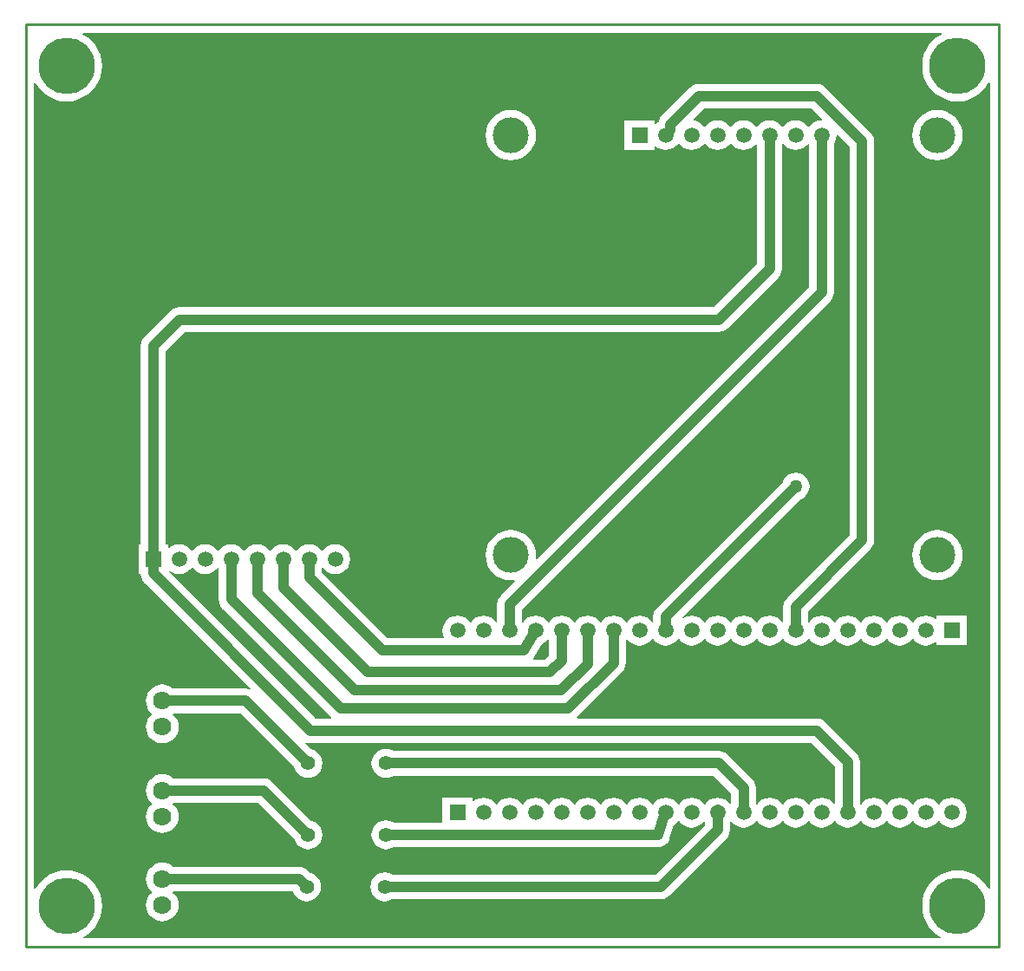
<source format=gtl>
G04*
G04 #@! TF.GenerationSoftware,Altium Limited,Altium Designer,19.0.15 (446)*
G04*
G04 Layer_Physical_Order=1*
G04 Layer_Color=255*
%FSLAX42Y42*%
%MOMM*%
G71*
G01*
G75*
%ADD12C,0.25*%
%ADD20C,1.00*%
%ADD21C,1.50*%
%ADD22R,1.50X1.50*%
%ADD23C,1.78*%
%ADD24C,3.50*%
%ADD25C,5.50*%
%ADD26C,1.40*%
%ADD27C,1.27*%
G36*
X8943Y8908D02*
X8942Y8908D01*
X8896Y8880D01*
X8855Y8845D01*
X8820Y8803D01*
X8791Y8757D01*
X8770Y8707D01*
X8758Y8654D01*
X8754Y8600D01*
X8758Y8546D01*
X8770Y8493D01*
X8791Y8443D01*
X8820Y8397D01*
X8855Y8355D01*
X8896Y8320D01*
X8942Y8292D01*
X8993Y8271D01*
X9045Y8258D01*
X9100Y8254D01*
X9154Y8258D01*
X9207Y8271D01*
X9257Y8292D01*
X9303Y8320D01*
X9344Y8355D01*
X9380Y8397D01*
X9403Y8436D01*
X9416Y8432D01*
Y568D01*
X9403Y564D01*
X9380Y603D01*
X9344Y645D01*
X9303Y680D01*
X9257Y708D01*
X9207Y729D01*
X9154Y742D01*
X9100Y746D01*
X9045Y742D01*
X8993Y729D01*
X8942Y708D01*
X8896Y680D01*
X8855Y645D01*
X8820Y603D01*
X8791Y557D01*
X8770Y507D01*
X8758Y454D01*
X8754Y400D01*
X8758Y346D01*
X8770Y293D01*
X8791Y243D01*
X8820Y197D01*
X8855Y155D01*
X8896Y120D01*
X8935Y96D01*
X8932Y83D01*
X568D01*
X564Y96D01*
X603Y120D01*
X644Y155D01*
X680Y197D01*
X708Y243D01*
X729Y293D01*
X741Y346D01*
X746Y400D01*
X741Y454D01*
X729Y507D01*
X708Y557D01*
X680Y603D01*
X644Y645D01*
X603Y680D01*
X557Y708D01*
X507Y729D01*
X454Y742D01*
X400Y746D01*
X345Y742D01*
X293Y729D01*
X242Y708D01*
X196Y680D01*
X155Y645D01*
X120Y603D01*
X96Y565D01*
X83Y569D01*
Y8431D01*
X96Y8435D01*
X120Y8397D01*
X155Y8355D01*
X196Y8320D01*
X242Y8292D01*
X293Y8271D01*
X345Y8258D01*
X400Y8254D01*
X454Y8258D01*
X507Y8271D01*
X557Y8292D01*
X603Y8320D01*
X644Y8355D01*
X680Y8397D01*
X708Y8443D01*
X729Y8493D01*
X741Y8546D01*
X746Y8600D01*
X741Y8654D01*
X729Y8707D01*
X708Y8757D01*
X680Y8803D01*
X644Y8845D01*
X603Y8880D01*
X557Y8908D01*
X557Y8908D01*
X559Y8921D01*
X8940D01*
X8943Y8908D01*
D02*
G37*
%LPC*%
G36*
X7727Y8427D02*
X6574D01*
X6542Y8423D01*
X6513Y8411D01*
X6488Y8391D01*
X6211Y8115D01*
X6192Y8089D01*
X6180Y8060D01*
X6179Y8053D01*
X6175Y8051D01*
X6152Y8034D01*
X6139Y8040D01*
Y8070D01*
X5849D01*
Y7780D01*
X6139D01*
Y7810D01*
X6152Y7816D01*
X6175Y7798D01*
X6211Y7784D01*
X6248Y7779D01*
X6286Y7784D01*
X6322Y7798D01*
X6352Y7821D01*
X6367Y7842D01*
X6383D01*
X6399Y7821D01*
X6429Y7798D01*
X6465Y7784D01*
X6502Y7779D01*
X6540Y7784D01*
X6576Y7798D01*
X6606Y7821D01*
X6621Y7842D01*
X6637D01*
X6653Y7821D01*
X6683Y7798D01*
X6719Y7784D01*
X6756Y7779D01*
X6794Y7784D01*
X6830Y7798D01*
X6860Y7821D01*
X6875Y7842D01*
X6891D01*
X6907Y7821D01*
X6937Y7798D01*
X6973Y7784D01*
X7010Y7779D01*
X7048Y7784D01*
X7084Y7798D01*
X7114Y7821D01*
X7129Y7842D01*
X7132Y7842D01*
X7143Y7835D01*
Y6669D01*
X6719Y6245D01*
X1501D01*
X1470Y6241D01*
X1441Y6229D01*
X1416Y6210D01*
X1159Y5953D01*
X1140Y5928D01*
X1128Y5899D01*
X1124Y5867D01*
Y3930D01*
X1100D01*
Y3640D01*
X1124D01*
X1128Y3614D01*
X1140Y3584D01*
X1159Y3559D01*
X2194Y2524D01*
X2187Y2513D01*
X2178Y2517D01*
X2146Y2521D01*
X1436D01*
X1422Y2533D01*
X1395Y2548D01*
X1365Y2557D01*
X1334Y2560D01*
X1302Y2557D01*
X1272Y2548D01*
X1245Y2533D01*
X1221Y2513D01*
X1201Y2489D01*
X1186Y2461D01*
X1177Y2431D01*
X1174Y2400D01*
X1177Y2369D01*
X1186Y2339D01*
X1201Y2312D01*
X1221Y2287D01*
X1230Y2280D01*
Y2267D01*
X1221Y2259D01*
X1201Y2235D01*
X1186Y2207D01*
X1177Y2177D01*
X1174Y2146D01*
X1177Y2115D01*
X1186Y2085D01*
X1201Y2058D01*
X1221Y2033D01*
X1245Y2014D01*
X1272Y1999D01*
X1302Y1990D01*
X1334Y1987D01*
X1365Y1990D01*
X1395Y1999D01*
X1422Y2014D01*
X1446Y2033D01*
X1466Y2058D01*
X1481Y2085D01*
X1490Y2115D01*
X1493Y2146D01*
X1490Y2177D01*
X1481Y2207D01*
X1466Y2235D01*
X1446Y2259D01*
X1437Y2267D01*
X1442Y2279D01*
X2096D01*
X2619Y1756D01*
X2620Y1754D01*
X2634Y1720D01*
X2656Y1691D01*
X2685Y1668D01*
X2719Y1654D01*
X2756Y1649D01*
X2792Y1654D01*
X2827Y1668D01*
X2856Y1691D01*
X2878Y1720D01*
X2892Y1754D01*
X2897Y1791D01*
X2892Y1827D01*
X2878Y1861D01*
X2856Y1891D01*
X2827Y1913D01*
X2792Y1927D01*
X2790Y1927D01*
X2733Y1984D01*
X2741Y1995D01*
X2750Y1991D01*
X2781Y1987D01*
X7671D01*
X7905Y1753D01*
Y1398D01*
X7894Y1391D01*
X7891Y1391D01*
X7876Y1412D01*
X7846Y1435D01*
X7810Y1449D01*
X7772Y1454D01*
X7735Y1449D01*
X7699Y1435D01*
X7669Y1412D01*
X7653Y1391D01*
X7637D01*
X7622Y1412D01*
X7592Y1435D01*
X7556Y1449D01*
X7518Y1454D01*
X7481Y1449D01*
X7445Y1435D01*
X7415Y1412D01*
X7399Y1391D01*
X7383D01*
X7368Y1412D01*
X7338Y1435D01*
X7302Y1449D01*
X7264Y1454D01*
X7227Y1449D01*
X7191Y1435D01*
X7161Y1412D01*
X7145Y1391D01*
X7143Y1391D01*
X7131Y1398D01*
Y1549D01*
X7127Y1581D01*
X7115Y1610D01*
X7096Y1635D01*
X6855Y1876D01*
X6830Y1896D01*
X6800Y1908D01*
X6769Y1912D01*
X3590D01*
X3589Y1913D01*
X3554Y1927D01*
X3518Y1932D01*
X3481Y1927D01*
X3447Y1913D01*
X3418Y1891D01*
X3396Y1861D01*
X3382Y1827D01*
X3377Y1791D01*
X3382Y1754D01*
X3396Y1720D01*
X3418Y1691D01*
X3447Y1668D01*
X3481Y1654D01*
X3518Y1649D01*
X3554Y1654D01*
X3589Y1668D01*
X3590Y1670D01*
X6719D01*
X6889Y1499D01*
Y1398D01*
X6878Y1391D01*
X6875Y1391D01*
X6860Y1412D01*
X6830Y1435D01*
X6794Y1449D01*
X6788Y1450D01*
X6788Y1450D01*
X6756Y1455D01*
X6725Y1450D01*
X6724Y1450D01*
X6719Y1449D01*
X6683Y1435D01*
X6653Y1412D01*
X6637Y1391D01*
X6621D01*
X6606Y1412D01*
X6576Y1435D01*
X6540Y1449D01*
X6502Y1454D01*
X6465Y1449D01*
X6429Y1435D01*
X6399Y1412D01*
X6383Y1391D01*
X6367D01*
X6352Y1412D01*
X6322Y1435D01*
X6286Y1449D01*
X6248Y1454D01*
X6211Y1449D01*
X6175Y1435D01*
X6145Y1412D01*
X6129Y1391D01*
X6113D01*
X6098Y1412D01*
X6068Y1435D01*
X6032Y1449D01*
X5994Y1454D01*
X5957Y1449D01*
X5921Y1435D01*
X5891Y1412D01*
X5875Y1391D01*
X5859D01*
X5844Y1412D01*
X5814Y1435D01*
X5778Y1449D01*
X5740Y1454D01*
X5703Y1449D01*
X5667Y1435D01*
X5637Y1412D01*
X5621Y1391D01*
X5605D01*
X5590Y1412D01*
X5560Y1435D01*
X5524Y1449D01*
X5486Y1454D01*
X5449Y1449D01*
X5413Y1435D01*
X5383Y1412D01*
X5367Y1391D01*
X5351D01*
X5336Y1412D01*
X5306Y1435D01*
X5270Y1449D01*
X5232Y1454D01*
X5195Y1449D01*
X5159Y1435D01*
X5129Y1412D01*
X5113Y1391D01*
X5097D01*
X5082Y1412D01*
X5052Y1435D01*
X5016Y1449D01*
X4978Y1454D01*
X4941Y1449D01*
X4905Y1435D01*
X4875Y1412D01*
X4859Y1391D01*
X4843D01*
X4828Y1412D01*
X4798Y1435D01*
X4762Y1449D01*
X4724Y1454D01*
X4687Y1449D01*
X4651Y1435D01*
X4621Y1412D01*
X4605Y1391D01*
X4589D01*
X4574Y1412D01*
X4544Y1435D01*
X4508Y1449D01*
X4470Y1454D01*
X4433Y1449D01*
X4397Y1435D01*
X4374Y1417D01*
X4361Y1423D01*
Y1453D01*
X4071D01*
Y1213D01*
X3590D01*
X3589Y1214D01*
X3554Y1229D01*
X3518Y1233D01*
X3481Y1229D01*
X3447Y1214D01*
X3418Y1192D01*
X3396Y1163D01*
X3382Y1129D01*
X3377Y1092D01*
X3382Y1056D01*
X3396Y1022D01*
X3418Y992D01*
X3447Y970D01*
X3481Y956D01*
X3518Y951D01*
X3554Y956D01*
X3589Y970D01*
X3590Y971D01*
X6172D01*
X6185Y973D01*
X6198Y974D01*
X6201Y975D01*
X6204Y975D01*
X6216Y980D01*
X6228Y985D01*
X6230Y986D01*
X6233Y987D01*
X6243Y995D01*
X6254Y1003D01*
X6256Y1005D01*
X6258Y1007D01*
X6266Y1017D01*
X6274Y1027D01*
X6275Y1030D01*
X6277Y1032D01*
X6282Y1044D01*
X6288Y1056D01*
X6329Y1187D01*
X6352Y1205D01*
X6367Y1225D01*
X6383D01*
X6399Y1205D01*
X6429Y1181D01*
X6465Y1167D01*
X6502Y1162D01*
X6540Y1167D01*
X6576Y1181D01*
X6606Y1205D01*
X6621Y1225D01*
X6624Y1225D01*
X6635Y1218D01*
Y1188D01*
X6153Y705D01*
X3577D01*
X3576Y706D01*
X3542Y721D01*
X3505Y725D01*
X3469Y721D01*
X3435Y706D01*
X3405Y684D01*
X3383Y655D01*
X3369Y621D01*
X3364Y584D01*
X3369Y548D01*
X3383Y514D01*
X3405Y484D01*
X3435Y462D01*
X3469Y448D01*
X3505Y443D01*
X3542Y448D01*
X3576Y462D01*
X3577Y463D01*
X6203D01*
X6234Y467D01*
X6263Y479D01*
X6288Y499D01*
X6842Y1052D01*
X6861Y1077D01*
X6873Y1107D01*
X6877Y1138D01*
Y1218D01*
X6889Y1225D01*
X6891Y1225D01*
X6907Y1205D01*
X6937Y1181D01*
X6973Y1167D01*
X7010Y1162D01*
X7048Y1167D01*
X7084Y1181D01*
X7114Y1205D01*
X7129Y1225D01*
X7145D01*
X7161Y1205D01*
X7191Y1181D01*
X7227Y1167D01*
X7264Y1162D01*
X7302Y1167D01*
X7338Y1181D01*
X7368Y1205D01*
X7383Y1225D01*
X7399D01*
X7415Y1205D01*
X7445Y1181D01*
X7481Y1167D01*
X7518Y1162D01*
X7556Y1167D01*
X7592Y1181D01*
X7622Y1205D01*
X7637Y1225D01*
X7653D01*
X7669Y1205D01*
X7699Y1181D01*
X7735Y1167D01*
X7772Y1162D01*
X7810Y1167D01*
X7846Y1181D01*
X7876Y1205D01*
X7891Y1225D01*
X7907D01*
X7923Y1205D01*
X7953Y1181D01*
X7989Y1167D01*
X8026Y1162D01*
X8064Y1167D01*
X8100Y1181D01*
X8130Y1205D01*
X8145Y1225D01*
X8161D01*
X8177Y1205D01*
X8207Y1181D01*
X8243Y1167D01*
X8280Y1162D01*
X8318Y1167D01*
X8354Y1181D01*
X8384Y1205D01*
X8399Y1225D01*
X8415D01*
X8431Y1205D01*
X8461Y1181D01*
X8497Y1167D01*
X8534Y1162D01*
X8572Y1167D01*
X8608Y1181D01*
X8638Y1205D01*
X8653Y1225D01*
X8669D01*
X8685Y1205D01*
X8715Y1181D01*
X8751Y1167D01*
X8788Y1162D01*
X8826Y1167D01*
X8862Y1181D01*
X8892Y1205D01*
X8907Y1225D01*
X8923D01*
X8939Y1205D01*
X8969Y1181D01*
X9005Y1167D01*
X9042Y1162D01*
X9080Y1167D01*
X9116Y1181D01*
X9146Y1205D01*
X9169Y1235D01*
X9184Y1270D01*
X9189Y1308D01*
X9184Y1346D01*
X9169Y1381D01*
X9146Y1412D01*
X9116Y1435D01*
X9080Y1449D01*
X9042Y1454D01*
X9005Y1449D01*
X8969Y1435D01*
X8939Y1412D01*
X8923Y1391D01*
X8907D01*
X8892Y1412D01*
X8862Y1435D01*
X8826Y1449D01*
X8788Y1454D01*
X8751Y1449D01*
X8715Y1435D01*
X8685Y1412D01*
X8669Y1391D01*
X8653D01*
X8638Y1412D01*
X8608Y1435D01*
X8572Y1449D01*
X8534Y1454D01*
X8497Y1449D01*
X8461Y1435D01*
X8431Y1412D01*
X8415Y1391D01*
X8399D01*
X8384Y1412D01*
X8354Y1435D01*
X8318Y1449D01*
X8280Y1454D01*
X8243Y1449D01*
X8207Y1435D01*
X8177Y1412D01*
X8161Y1391D01*
X8159Y1391D01*
X8147Y1398D01*
Y1803D01*
X8143Y1835D01*
X8131Y1864D01*
X8112Y1889D01*
X7807Y2194D01*
X7782Y2213D01*
X7753Y2225D01*
X7722Y2229D01*
X5387D01*
X5382Y2242D01*
X5826Y2686D01*
X5845Y2711D01*
X5857Y2740D01*
X5861Y2771D01*
Y2996D01*
X5873Y3003D01*
X5875Y3003D01*
X5891Y2983D01*
X5921Y2959D01*
X5957Y2945D01*
X5994Y2940D01*
X6032Y2945D01*
X6068Y2959D01*
X6098Y2983D01*
X6113Y3003D01*
X6129D01*
X6145Y2983D01*
X6175Y2959D01*
X6211Y2945D01*
X6248Y2940D01*
X6286Y2945D01*
X6322Y2959D01*
X6352Y2983D01*
X6367Y3003D01*
X6383D01*
X6399Y2983D01*
X6429Y2959D01*
X6465Y2945D01*
X6502Y2940D01*
X6540Y2945D01*
X6576Y2959D01*
X6606Y2983D01*
X6621Y3003D01*
X6637D01*
X6653Y2983D01*
X6683Y2959D01*
X6719Y2945D01*
X6756Y2940D01*
X6794Y2945D01*
X6830Y2959D01*
X6860Y2983D01*
X6875Y3003D01*
X6891D01*
X6907Y2983D01*
X6937Y2959D01*
X6973Y2945D01*
X7010Y2940D01*
X7048Y2945D01*
X7084Y2959D01*
X7114Y2983D01*
X7129Y3003D01*
X7145D01*
X7161Y2983D01*
X7191Y2959D01*
X7227Y2945D01*
X7264Y2940D01*
X7302Y2945D01*
X7338Y2959D01*
X7368Y2983D01*
X7383Y3003D01*
X7399D01*
X7415Y2983D01*
X7445Y2959D01*
X7481Y2945D01*
X7518Y2940D01*
X7556Y2945D01*
X7592Y2959D01*
X7622Y2983D01*
X7637Y3003D01*
X7653D01*
X7669Y2983D01*
X7699Y2959D01*
X7735Y2945D01*
X7772Y2940D01*
X7810Y2945D01*
X7846Y2959D01*
X7876Y2983D01*
X7891Y3003D01*
X7907D01*
X7923Y2983D01*
X7953Y2959D01*
X7989Y2945D01*
X8026Y2940D01*
X8064Y2945D01*
X8100Y2959D01*
X8130Y2983D01*
X8145Y3003D01*
X8161D01*
X8177Y2983D01*
X8207Y2959D01*
X8243Y2945D01*
X8280Y2940D01*
X8318Y2945D01*
X8354Y2959D01*
X8384Y2983D01*
X8399Y3003D01*
X8415D01*
X8431Y2983D01*
X8461Y2959D01*
X8497Y2945D01*
X8534Y2940D01*
X8572Y2945D01*
X8608Y2959D01*
X8638Y2983D01*
X8653Y3003D01*
X8669D01*
X8685Y2983D01*
X8715Y2959D01*
X8751Y2945D01*
X8788Y2940D01*
X8826Y2945D01*
X8862Y2959D01*
X8885Y2977D01*
X8897Y2971D01*
Y2941D01*
X9187D01*
Y3231D01*
X8897D01*
Y3201D01*
X8885Y3195D01*
X8862Y3213D01*
X8826Y3227D01*
X8788Y3232D01*
X8751Y3227D01*
X8715Y3213D01*
X8685Y3190D01*
X8669Y3169D01*
X8653D01*
X8638Y3190D01*
X8608Y3213D01*
X8572Y3227D01*
X8534Y3232D01*
X8497Y3227D01*
X8461Y3213D01*
X8431Y3190D01*
X8415Y3169D01*
X8399D01*
X8384Y3190D01*
X8354Y3213D01*
X8318Y3227D01*
X8280Y3232D01*
X8243Y3227D01*
X8207Y3213D01*
X8177Y3190D01*
X8161Y3169D01*
X8145D01*
X8130Y3190D01*
X8100Y3213D01*
X8064Y3227D01*
X8026Y3232D01*
X7989Y3227D01*
X7953Y3213D01*
X7923Y3190D01*
X7907Y3169D01*
X7891D01*
X7876Y3190D01*
X7846Y3213D01*
X7810Y3227D01*
X7772Y3232D01*
X7735Y3227D01*
X7699Y3213D01*
X7669Y3190D01*
X7653Y3169D01*
X7651Y3169D01*
X7639Y3176D01*
Y3270D01*
X8252Y3882D01*
X8271Y3907D01*
X8283Y3936D01*
X8287Y3967D01*
Y7866D01*
X8283Y7898D01*
X8271Y7927D01*
X8252Y7952D01*
X7812Y8391D01*
X7787Y8411D01*
X7758Y8423D01*
X7727Y8427D01*
D02*
G37*
G36*
X8903Y8171D02*
X8855Y8166D01*
X8808Y8152D01*
X8766Y8129D01*
X8729Y8099D01*
X8698Y8062D01*
X8675Y8019D01*
X8661Y7973D01*
X8657Y7925D01*
X8661Y7877D01*
X8675Y7831D01*
X8698Y7788D01*
X8729Y7751D01*
X8766Y7720D01*
X8808Y7697D01*
X8855Y7683D01*
X8903Y7679D01*
X8951Y7683D01*
X8997Y7697D01*
X9039Y7720D01*
X9077Y7751D01*
X9107Y7788D01*
X9130Y7831D01*
X9144Y7877D01*
X9149Y7925D01*
X9144Y7973D01*
X9130Y8019D01*
X9107Y8062D01*
X9077Y8099D01*
X9039Y8129D01*
X8997Y8152D01*
X8951Y8166D01*
X8903Y8171D01*
D02*
G37*
G36*
X4737D02*
X4689Y8166D01*
X4643Y8152D01*
X4600Y8129D01*
X4563Y8099D01*
X4532Y8062D01*
X4510Y8019D01*
X4496Y7973D01*
X4491Y7925D01*
X4496Y7877D01*
X4510Y7831D01*
X4532Y7788D01*
X4563Y7751D01*
X4600Y7720D01*
X4643Y7697D01*
X4689Y7683D01*
X4737Y7679D01*
X4785Y7683D01*
X4831Y7697D01*
X4874Y7720D01*
X4911Y7751D01*
X4942Y7788D01*
X4965Y7831D01*
X4979Y7877D01*
X4983Y7925D01*
X4979Y7973D01*
X4965Y8019D01*
X4942Y8062D01*
X4911Y8099D01*
X4874Y8129D01*
X4831Y8152D01*
X4785Y8166D01*
X4737Y8171D01*
D02*
G37*
G36*
X8903Y4069D02*
X8855Y4064D01*
X8808Y4050D01*
X8766Y4027D01*
X8729Y3997D01*
X8698Y3959D01*
X8675Y3917D01*
X8661Y3871D01*
X8657Y3823D01*
X8661Y3775D01*
X8675Y3728D01*
X8698Y3686D01*
X8729Y3649D01*
X8766Y3618D01*
X8808Y3595D01*
X8855Y3581D01*
X8903Y3577D01*
X8951Y3581D01*
X8997Y3595D01*
X9039Y3618D01*
X9077Y3649D01*
X9107Y3686D01*
X9130Y3728D01*
X9144Y3775D01*
X9149Y3823D01*
X9144Y3871D01*
X9130Y3917D01*
X9107Y3959D01*
X9077Y3997D01*
X9039Y4027D01*
X8997Y4050D01*
X8951Y4064D01*
X8903Y4069D01*
D02*
G37*
G36*
X1334Y1684D02*
X1302Y1681D01*
X1272Y1672D01*
X1245Y1657D01*
X1221Y1637D01*
X1201Y1613D01*
X1186Y1585D01*
X1177Y1555D01*
X1174Y1524D01*
X1177Y1493D01*
X1186Y1463D01*
X1201Y1435D01*
X1221Y1411D01*
X1230Y1403D01*
Y1391D01*
X1221Y1383D01*
X1201Y1359D01*
X1186Y1331D01*
X1177Y1301D01*
X1174Y1270D01*
X1177Y1239D01*
X1186Y1209D01*
X1201Y1181D01*
X1221Y1157D01*
X1245Y1137D01*
X1272Y1122D01*
X1302Y1113D01*
X1334Y1110D01*
X1365Y1113D01*
X1395Y1122D01*
X1422Y1137D01*
X1446Y1157D01*
X1466Y1181D01*
X1481Y1209D01*
X1490Y1239D01*
X1493Y1270D01*
X1490Y1301D01*
X1481Y1331D01*
X1466Y1359D01*
X1446Y1383D01*
X1437Y1390D01*
X1442Y1403D01*
X2274D01*
X2619Y1058D01*
X2620Y1056D01*
X2634Y1022D01*
X2656Y992D01*
X2685Y970D01*
X2719Y956D01*
X2756Y951D01*
X2792Y956D01*
X2827Y970D01*
X2856Y992D01*
X2878Y1022D01*
X2892Y1056D01*
X2897Y1092D01*
X2892Y1129D01*
X2878Y1163D01*
X2856Y1192D01*
X2827Y1214D01*
X2792Y1229D01*
X2790Y1229D01*
X2410Y1610D01*
X2385Y1629D01*
X2355Y1641D01*
X2324Y1645D01*
X1436D01*
X1422Y1657D01*
X1395Y1672D01*
X1365Y1681D01*
X1334Y1684D01*
D02*
G37*
G36*
Y820D02*
X1302Y817D01*
X1272Y808D01*
X1245Y793D01*
X1221Y773D01*
X1201Y749D01*
X1186Y722D01*
X1177Y692D01*
X1174Y660D01*
X1177Y629D01*
X1186Y599D01*
X1201Y572D01*
X1221Y547D01*
X1230Y540D01*
Y527D01*
X1221Y519D01*
X1201Y495D01*
X1186Y468D01*
X1177Y438D01*
X1174Y406D01*
X1177Y375D01*
X1186Y345D01*
X1201Y318D01*
X1221Y293D01*
X1245Y274D01*
X1272Y259D01*
X1302Y250D01*
X1334Y247D01*
X1365Y250D01*
X1395Y259D01*
X1422Y274D01*
X1446Y293D01*
X1466Y318D01*
X1481Y345D01*
X1490Y375D01*
X1493Y406D01*
X1490Y438D01*
X1481Y468D01*
X1466Y495D01*
X1446Y519D01*
X1437Y527D01*
X1442Y539D01*
X2610D01*
X2621Y514D01*
X2643Y484D01*
X2673Y462D01*
X2707Y448D01*
X2743Y443D01*
X2780Y448D01*
X2814Y462D01*
X2843Y484D01*
X2865Y514D01*
X2880Y548D01*
X2884Y584D01*
X2880Y621D01*
X2865Y655D01*
X2843Y684D01*
X2814Y706D01*
X2780Y721D01*
X2778Y721D01*
X2753Y746D01*
X2728Y765D01*
X2698Y777D01*
X2667Y781D01*
X1436D01*
X1422Y793D01*
X1395Y808D01*
X1365Y817D01*
X1334Y820D01*
D02*
G37*
%LPD*%
G36*
X7779Y8082D02*
X7773Y8071D01*
X7772Y8071D01*
X7735Y8066D01*
X7699Y8051D01*
X7669Y8028D01*
X7653Y8008D01*
X7637D01*
X7622Y8028D01*
X7592Y8051D01*
X7556Y8066D01*
X7518Y8071D01*
X7481Y8066D01*
X7445Y8051D01*
X7415Y8028D01*
X7399Y8008D01*
X7383D01*
X7368Y8028D01*
X7338Y8051D01*
X7302Y8066D01*
X7264Y8071D01*
X7227Y8066D01*
X7191Y8051D01*
X7161Y8028D01*
X7145Y8008D01*
X7129D01*
X7114Y8028D01*
X7084Y8051D01*
X7048Y8066D01*
X7010Y8071D01*
X6973Y8066D01*
X6937Y8051D01*
X6907Y8028D01*
X6891Y8008D01*
X6875D01*
X6860Y8028D01*
X6830Y8051D01*
X6794Y8066D01*
X6756Y8071D01*
X6719Y8066D01*
X6683Y8051D01*
X6653Y8028D01*
X6637Y8008D01*
X6621D01*
X6606Y8028D01*
X6576Y8051D01*
X6540Y8066D01*
X6523Y8068D01*
X6519Y8080D01*
X6624Y8185D01*
X7677D01*
X7779Y8082D01*
D02*
G37*
G36*
X7399Y7842D02*
X7415Y7821D01*
X7445Y7798D01*
X7481Y7784D01*
X7518Y7779D01*
X7556Y7784D01*
X7592Y7798D01*
X7622Y7821D01*
X7637Y7842D01*
X7640Y7842D01*
X7651Y7835D01*
Y6441D01*
X4992Y3781D01*
X4980Y3787D01*
X4983Y3823D01*
X4979Y3871D01*
X4965Y3917D01*
X4942Y3959D01*
X4911Y3997D01*
X4874Y4027D01*
X4831Y4050D01*
X4785Y4064D01*
X4737Y4069D01*
X4689Y4064D01*
X4643Y4050D01*
X4600Y4027D01*
X4563Y3997D01*
X4532Y3959D01*
X4510Y3917D01*
X4496Y3871D01*
X4491Y3823D01*
X4496Y3775D01*
X4510Y3728D01*
X4532Y3686D01*
X4563Y3649D01*
X4600Y3618D01*
X4643Y3595D01*
X4689Y3581D01*
X4737Y3577D01*
X4773Y3580D01*
X4778Y3568D01*
X4639Y3428D01*
X4620Y3403D01*
X4607Y3374D01*
X4603Y3343D01*
Y3176D01*
X4592Y3169D01*
X4589Y3169D01*
X4574Y3190D01*
X4544Y3213D01*
X4508Y3227D01*
X4470Y3232D01*
X4433Y3227D01*
X4397Y3213D01*
X4367Y3190D01*
X4351Y3169D01*
X4335D01*
X4320Y3190D01*
X4290Y3213D01*
X4254Y3227D01*
X4216Y3232D01*
X4179Y3227D01*
X4143Y3213D01*
X4113Y3190D01*
X4090Y3159D01*
X4075Y3124D01*
X4070Y3086D01*
X4075Y3048D01*
X4085Y3024D01*
X4077Y3012D01*
X3535D01*
X2890Y3657D01*
Y3695D01*
X2901Y3702D01*
X2904Y3701D01*
X2919Y3681D01*
X2949Y3658D01*
X2985Y3643D01*
X3023Y3638D01*
X3060Y3643D01*
X3096Y3658D01*
X3126Y3681D01*
X3149Y3711D01*
X3164Y3747D01*
X3169Y3785D01*
X3164Y3822D01*
X3149Y3858D01*
X3126Y3888D01*
X3096Y3911D01*
X3060Y3926D01*
X3023Y3931D01*
X2985Y3926D01*
X2949Y3911D01*
X2919Y3888D01*
X2904Y3868D01*
X2888D01*
X2872Y3888D01*
X2842Y3911D01*
X2806Y3926D01*
X2769Y3931D01*
X2731Y3926D01*
X2695Y3911D01*
X2665Y3888D01*
X2650Y3868D01*
X2634D01*
X2618Y3888D01*
X2588Y3911D01*
X2552Y3926D01*
X2515Y3931D01*
X2477Y3926D01*
X2441Y3911D01*
X2411Y3888D01*
X2396Y3868D01*
X2380D01*
X2364Y3888D01*
X2334Y3911D01*
X2298Y3926D01*
X2261Y3931D01*
X2223Y3926D01*
X2187Y3911D01*
X2157Y3888D01*
X2142Y3868D01*
X2126D01*
X2110Y3888D01*
X2080Y3911D01*
X2044Y3926D01*
X2007Y3931D01*
X1969Y3926D01*
X1933Y3911D01*
X1903Y3888D01*
X1888Y3868D01*
X1872D01*
X1856Y3888D01*
X1826Y3911D01*
X1790Y3926D01*
X1753Y3931D01*
X1715Y3926D01*
X1679Y3911D01*
X1649Y3888D01*
X1634Y3868D01*
X1618D01*
X1602Y3888D01*
X1572Y3911D01*
X1536Y3926D01*
X1499Y3931D01*
X1461Y3926D01*
X1425Y3911D01*
X1402Y3893D01*
X1390Y3900D01*
Y3930D01*
X1366D01*
Y5817D01*
X1551Y6003D01*
X6769D01*
X6800Y6007D01*
X6830Y6019D01*
X6855Y6038D01*
X7350Y6534D01*
X7369Y6559D01*
X7381Y6588D01*
X7385Y6619D01*
Y7835D01*
X7397Y7842D01*
X7399Y7842D01*
D02*
G37*
G36*
X1886Y3695D02*
Y3391D01*
X1890Y3360D01*
X1902Y3330D01*
X1921Y3305D01*
X2984Y2242D01*
X2980Y2229D01*
X2831D01*
X1397Y3664D01*
X1405Y3674D01*
X1425Y3658D01*
X1461Y3643D01*
X1499Y3638D01*
X1536Y3643D01*
X1572Y3658D01*
X1602Y3681D01*
X1618Y3701D01*
X1634D01*
X1649Y3681D01*
X1679Y3658D01*
X1715Y3643D01*
X1753Y3638D01*
X1790Y3643D01*
X1826Y3658D01*
X1856Y3681D01*
X1872Y3701D01*
X1874Y3702D01*
X1886Y3695D01*
D02*
G37*
G36*
X8045Y7816D02*
Y4018D01*
X7433Y3405D01*
X7414Y3380D01*
X7401Y3351D01*
X7397Y3320D01*
Y3176D01*
X7386Y3169D01*
X7383Y3169D01*
X7368Y3190D01*
X7338Y3213D01*
X7302Y3227D01*
X7264Y3232D01*
X7227Y3227D01*
X7191Y3213D01*
X7161Y3190D01*
X7145Y3169D01*
X7129D01*
X7114Y3190D01*
X7084Y3213D01*
X7048Y3227D01*
X7010Y3232D01*
X6973Y3227D01*
X6937Y3213D01*
X6907Y3190D01*
X6891Y3169D01*
X6875D01*
X6860Y3190D01*
X6830Y3213D01*
X6794Y3227D01*
X6756Y3232D01*
X6719Y3227D01*
X6683Y3213D01*
X6653Y3190D01*
X6637Y3169D01*
X6621D01*
X6606Y3190D01*
X6576Y3213D01*
X6540Y3227D01*
X6502Y3232D01*
X6465Y3227D01*
X6429Y3213D01*
X6420Y3205D01*
X6411Y3215D01*
X7564Y4368D01*
X7586Y4377D01*
X7614Y4398D01*
X7635Y4426D01*
X7648Y4458D01*
X7653Y4493D01*
X7648Y4528D01*
X7635Y4561D01*
X7614Y4588D01*
X7586Y4610D01*
X7553Y4623D01*
X7518Y4628D01*
X7484Y4623D01*
X7451Y4610D01*
X7423Y4588D01*
X7402Y4561D01*
X7393Y4539D01*
X6163Y3309D01*
X6144Y3284D01*
X6131Y3255D01*
X6127Y3223D01*
Y3176D01*
X6116Y3169D01*
X6113Y3169D01*
X6098Y3190D01*
X6068Y3213D01*
X6032Y3227D01*
X5994Y3232D01*
X5957Y3227D01*
X5921Y3213D01*
X5891Y3190D01*
X5875Y3169D01*
X5859D01*
X5844Y3190D01*
X5814Y3213D01*
X5778Y3227D01*
X5740Y3232D01*
X5703Y3227D01*
X5667Y3213D01*
X5637Y3190D01*
X5621Y3169D01*
X5605D01*
X5590Y3190D01*
X5560Y3213D01*
X5524Y3227D01*
X5486Y3232D01*
X5449Y3227D01*
X5413Y3213D01*
X5383Y3190D01*
X5367Y3169D01*
X5351D01*
X5336Y3190D01*
X5306Y3213D01*
X5270Y3227D01*
X5232Y3232D01*
X5195Y3227D01*
X5159Y3213D01*
X5129Y3190D01*
X5113Y3169D01*
X5097D01*
X5082Y3190D01*
X5052Y3213D01*
X5016Y3227D01*
X4978Y3232D01*
X4941Y3227D01*
X4905Y3213D01*
X4875Y3190D01*
X4859Y3169D01*
X4857Y3169D01*
X4845Y3176D01*
Y3293D01*
X7858Y6305D01*
X7877Y6330D01*
X7889Y6359D01*
X7893Y6391D01*
Y7844D01*
X7899Y7852D01*
X7914Y7887D01*
X7919Y7925D01*
X7919Y7926D01*
X7930Y7931D01*
X8045Y7816D01*
D02*
G37*
G36*
X5111Y2996D02*
Y2844D01*
X5068Y2801D01*
X4962D01*
X4956Y2813D01*
X4959Y2817D01*
X4969Y2829D01*
X5042Y2956D01*
X5052Y2959D01*
X5082Y2983D01*
X5097Y3003D01*
X5100Y3003D01*
X5111Y2996D01*
D02*
G37*
D12*
X0Y0D02*
Y9004D01*
X9500D01*
Y0D02*
Y9004D01*
X0Y0D02*
X9500D01*
D20*
X6756Y1308D02*
Y1334D01*
Y1285D02*
Y1308D01*
Y1138D02*
Y1285D01*
X6172Y1092D02*
X6241Y1310D01*
X3518Y1092D02*
X6172D01*
X7727Y8306D02*
X8166Y7866D01*
Y3967D02*
Y7866D01*
X7518Y3320D02*
X8166Y3967D01*
X3485Y2891D02*
X4864D01*
X2769Y3607D02*
X3485Y2891D01*
X2769Y3607D02*
Y3785D01*
X4864Y2891D02*
X4978Y3086D01*
X1334Y2400D02*
X2146D01*
X2756Y1791D01*
X4724Y3086D02*
Y3343D01*
X7772Y6391D01*
Y7925D01*
X1334Y660D02*
X2667D01*
X2743Y584D01*
X1334Y1524D02*
X2324D01*
X2756Y1092D01*
X2515Y3505D02*
Y3785D01*
Y3505D02*
X3340Y2680D01*
X5118D01*
X5232Y2794D01*
Y3086D01*
X6248Y7925D02*
X6297Y7973D01*
Y8029D01*
X6574Y8306D01*
X7727D01*
X7518Y3086D02*
Y3320D01*
X3505Y584D02*
X6203D01*
X6756Y1138D01*
X1245Y3645D02*
Y3785D01*
Y3645D02*
X2781Y2108D01*
X7722D01*
X8026Y1803D01*
Y1308D02*
Y1803D01*
X1245Y3785D02*
Y5867D01*
X1501Y6124D01*
X6769D01*
X7264Y6619D01*
Y7925D01*
X2007Y3391D02*
Y3785D01*
Y3391D02*
X3073Y2324D01*
X5293D01*
X5740Y2771D01*
Y3086D01*
X6248D02*
Y3223D01*
X7518Y4493D01*
X2261Y3454D02*
Y3785D01*
Y3454D02*
X3213Y2502D01*
X5231D01*
X5486Y2758D01*
Y3086D01*
X3518Y1791D02*
X6769D01*
X7010Y1549D01*
Y1308D02*
Y1549D01*
D21*
X3023Y3785D02*
D03*
X2769D02*
D03*
X2515D02*
D03*
X2261D02*
D03*
X2007D02*
D03*
X1753D02*
D03*
X1499D02*
D03*
X4216Y3086D02*
D03*
X4470D02*
D03*
X4724D02*
D03*
X4978D02*
D03*
X5232D02*
D03*
X5486D02*
D03*
X5740D02*
D03*
X5994D02*
D03*
X6248D02*
D03*
X6502D02*
D03*
X6756D02*
D03*
X7010D02*
D03*
X7264D02*
D03*
X7518D02*
D03*
X7772D02*
D03*
X8026D02*
D03*
X8280D02*
D03*
X8534D02*
D03*
X8788D02*
D03*
X9042Y1308D02*
D03*
X8788D02*
D03*
X8534D02*
D03*
X8280D02*
D03*
X8026D02*
D03*
X7772D02*
D03*
X7518D02*
D03*
X7264D02*
D03*
X7010D02*
D03*
X6756D02*
D03*
X6502D02*
D03*
X6248D02*
D03*
X5994D02*
D03*
X5740D02*
D03*
X5486D02*
D03*
X5232D02*
D03*
X4978D02*
D03*
X4724D02*
D03*
X4470D02*
D03*
X6248Y7925D02*
D03*
X6502D02*
D03*
X6756D02*
D03*
X7010D02*
D03*
X7264D02*
D03*
X7518D02*
D03*
X7772D02*
D03*
D22*
X1245Y3785D02*
D03*
X9042Y3086D02*
D03*
X4216Y1308D02*
D03*
X5994Y7925D02*
D03*
D23*
X1334Y2146D02*
D03*
Y2400D02*
D03*
Y406D02*
D03*
Y660D02*
D03*
Y1524D02*
D03*
Y1270D02*
D03*
D24*
X4737Y3823D02*
D03*
X8903D02*
D03*
X4737Y7925D02*
D03*
X8903D02*
D03*
D25*
X400Y400D02*
D03*
Y8600D02*
D03*
X9100D02*
D03*
Y400D02*
D03*
D26*
X2756Y1791D02*
D03*
X3518D02*
D03*
X2743Y584D02*
D03*
X3505D02*
D03*
X2756Y1092D02*
D03*
X3518D02*
D03*
D27*
X7518Y4493D02*
D03*
M02*

</source>
